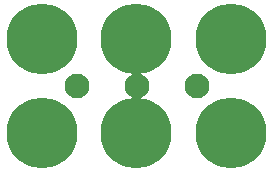
<source format=gtl>
%TF.GenerationSoftware,KiCad,Pcbnew,4.0.5-e0-6337~49~ubuntu16.04.1*%
%TF.CreationDate,2017-01-20T20:06:19-08:00*%
%TF.ProjectId,2x3-Potentiometer-P160K-TH,3278332D506F74656E74696F6D657465,1.0*%
%TF.FileFunction,Copper,L1,Top,Signal*%
%FSLAX46Y46*%
G04 Gerber Fmt 4.6, Leading zero omitted, Abs format (unit mm)*
G04 Created by KiCad (PCBNEW 4.0.5-e0-6337~49~ubuntu16.04.1) date Fri Jan 20 20:06:19 2017*
%MOMM*%
%LPD*%
G01*
G04 APERTURE LIST*
%ADD10C,0.350000*%
%ADD11C,6.000000*%
%ADD12C,2.100000*%
%ADD13C,0.350000*%
G04 APERTURE END LIST*
D10*
D11*
X134935960Y-94682040D03*
X142935960Y-102682040D03*
X134935960Y-102682040D03*
X142935960Y-94682040D03*
X126935960Y-94682040D03*
X126935960Y-102682040D03*
D12*
X129935960Y-98682040D03*
X135015960Y-98682040D03*
X140095960Y-98682040D03*
D13*
X134935960Y-94682040D03*
X142935960Y-102682040D03*
X134935960Y-102682040D03*
X142935960Y-94682040D03*
X126935960Y-94682040D03*
X126935960Y-102682040D03*
X129935960Y-98682040D03*
X135015960Y-98682040D03*
X140095960Y-98682040D03*
M02*

</source>
